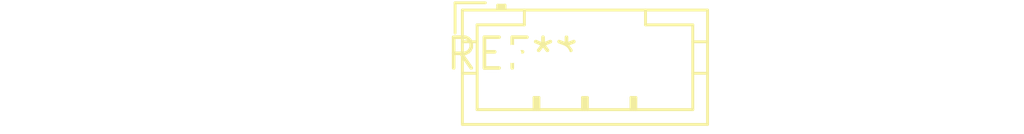
<source format=kicad_pcb>
(kicad_pcb (version 20240108) (generator pcbnew)
  (layers (0 "F.Cu" signal) (31 "B.Cu" signal) (34 "B.Paste" user) (35 "F.Paste" user) (36 "B.SilkS" user "B.Silkscreen") (37 "F.SilkS" user "F.Silkscreen") (38 "B.Mask" user) (39 "F.Mask" user) (44 "Edge.Cuts" user))
  (net 0 "")
  (footprint "JST_PH_B4B-PH-K_1x04_P2.00mm_Vertical" (layer "F.Cu") (at 0 0)
    (property "Reference" "REF**")
    (property "Value" "JST_PH_B4B-PH-K_1x04_P2.00mm_Vertical")
    (fp_line (start -2.36 -2.11) (end -2.36 -0.86) (layer "F.SilkS") (stroke (width 0.12)))
    (fp_line (start -2.06 -1.81) (end -2.06 2.91) (layer "F.SilkS") (stroke (width 0.12)))
    (fp_line (start -2.06 -0.5) (end -1.45 -0.5) (layer "F.SilkS") (stroke (width 0.12)))
    (fp_line (start -2.06 0.8) (end -1.45 0.8) (layer "F.SilkS") (stroke (width 0.12)))
    (fp_line (start -2.06 2.91) (end 8.06 2.91) (layer "F.SilkS") (stroke (width 0.12)))
    (fp_line (start -1.45 -1.2) (end -1.45 2.3) (layer "F.SilkS") (stroke (width 0.12)))
    (fp_line (start -1.45 2.3) (end 7.45 2.3) (layer "F.SilkS") (stroke (width 0.12)))
    (fp_line (start -1.11 -2.11) (end -2.36 -2.11) (layer "F.SilkS") (stroke (width 0.12)))
    (fp_line (start -0.6 -2.01) (end -0.6 -1.81) (layer "F.SilkS") (stroke (width 0.12)))
    (fp_line (start -0.3 -2.01) (end -0.6 -2.01) (layer "F.SilkS") (stroke (width 0.12)))
    (fp_line (start -0.3 -1.91) (end -0.6 -1.91) (layer "F.SilkS") (stroke (width 0.12)))
    (fp_line (start -0.3 -1.81) (end -0.3 -2.01) (layer "F.SilkS") (stroke (width 0.12)))
    (fp_line (start 0.5 -1.81) (end 0.5 -1.2) (layer "F.SilkS") (stroke (width 0.12)))
    (fp_line (start 0.5 -1.2) (end -1.45 -1.2) (layer "F.SilkS") (stroke (width 0.12)))
    (fp_line (start 0.9 1.8) (end 1.1 1.8) (layer "F.SilkS") (stroke (width 0.12)))
    (fp_line (start 0.9 2.3) (end 0.9 1.8) (layer "F.SilkS") (stroke (width 0.12)))
    (fp_line (start 1 2.3) (end 1 1.8) (layer "F.SilkS") (stroke (width 0.12)))
    (fp_line (start 1.1 1.8) (end 1.1 2.3) (layer "F.SilkS") (stroke (width 0.12)))
    (fp_line (start 2.9 1.8) (end 3.1 1.8) (layer "F.SilkS") (stroke (width 0.12)))
    (fp_line (start 2.9 2.3) (end 2.9 1.8) (layer "F.SilkS") (stroke (width 0.12)))
    (fp_line (start 3 2.3) (end 3 1.8) (layer "F.SilkS") (stroke (width 0.12)))
    (fp_line (start 3.1 1.8) (end 3.1 2.3) (layer "F.SilkS") (stroke (width 0.12)))
    (fp_line (start 4.9 1.8) (end 5.1 1.8) (layer "F.SilkS") (stroke (width 0.12)))
    (fp_line (start 4.9 2.3) (end 4.9 1.8) (layer "F.SilkS") (stroke (width 0.12)))
    (fp_line (start 5 2.3) (end 5 1.8) (layer "F.SilkS") (stroke (width 0.12)))
    (fp_line (start 5.1 1.8) (end 5.1 2.3) (layer "F.SilkS") (stroke (width 0.12)))
    (fp_line (start 5.5 -1.2) (end 5.5 -1.81) (layer "F.SilkS") (stroke (width 0.12)))
    (fp_line (start 7.45 -1.2) (end 5.5 -1.2) (layer "F.SilkS") (stroke (width 0.12)))
    (fp_line (start 7.45 2.3) (end 7.45 -1.2) (layer "F.SilkS") (stroke (width 0.12)))
    (fp_line (start 8.06 -1.81) (end -2.06 -1.81) (layer "F.SilkS") (stroke (width 0.12)))
    (fp_line (start 8.06 -0.5) (end 7.45 -0.5) (layer "F.SilkS") (stroke (width 0.12)))
    (fp_line (start 8.06 0.8) (end 7.45 0.8) (layer "F.SilkS") (stroke (width 0.12)))
    (fp_line (start 8.06 2.91) (end 8.06 -1.81) (layer "F.SilkS") (stroke (width 0.12)))
    (pad "1" thru_hole roundrect (at 0 0) (size 1.2 1.75) (drill 0.75) (layers *.Cu *.Mask) (remove_unused_layers) (roundrect_rratio 0.208333))
    (pad "2" thru_hole oval (at 2 0) (size 1.2 1.75) (drill 0.75) (layers *.Cu *.Mask) (remove_unused_layers))
    (pad "3" thru_hole oval (at 4 0) (size 1.2 1.75) (drill 0.75) (layers *.Cu *.Mask) (remove_unused_layers))
    (pad "4" thru_hole oval (at 6 0) (size 1.2 1.75) (drill 0.75) (layers *.Cu *.Mask) (remove_unused_layers))
  )
)
</source>
